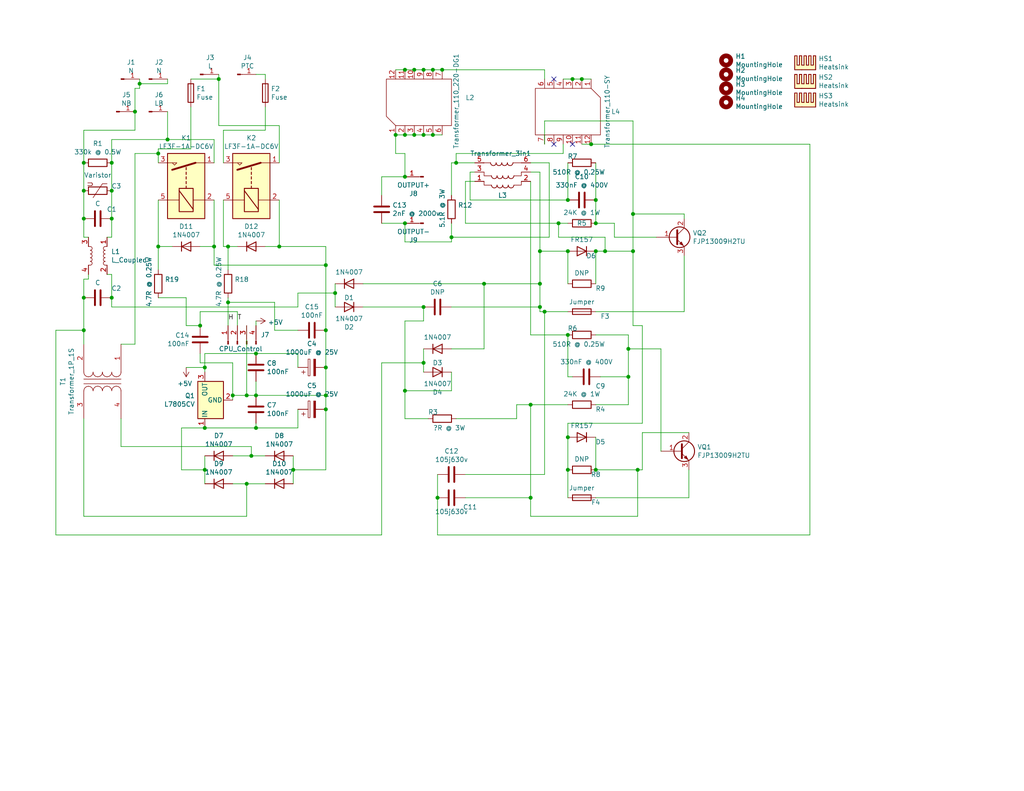
<source format=kicad_sch>
(kicad_sch (version 20210406) (generator eeschema)
  (paper "USLetter")
  (title_block (title "UltraSonic Cleaner Reverse Engineered") (date "2019-12-29") (rev "A"))
  (lib_symbols
    (symbol "Connector:Conn_01x01_Male" (pin_names (offset 1.016) hide)
      (property "Reference" "J" (at 0 2.54 0))
      (property "Value" "Conn_01x01_Male" (at 0 -2.54 0))
      (symbol "Conn_01x01_Male_1_1"
        (pin passive line (at 5.08 0 180) (length 3.81) (name "Pin_1") (number "1"))
      )
    )
    (symbol "Connector:Conn_01x04_Male" (pin_names (offset 1.016) hide)
      (property "Reference" "J" (at 0 5.08 0))
      (property "Value" "Conn_01x04_Male" (at 0 -7.62 0))
      (symbol "Conn_01x04_Male_1_1"
        (pin passive line (at 5.08 2.54 180) (length 3.81) (name "Pin_1") (number "1"))
        (pin passive line (at 5.08 0 180) (length 3.81) (name "Pin_2") (number "2"))
        (pin passive line (at 5.08 -2.54 180) (length 3.81) (name "Pin_3") (number "3"))
        (pin passive line (at 5.08 -5.08 180) (length 3.81) (name "Pin_4") (number "4"))
      )
    )
    (symbol "Device:C" (pin_numbers hide) (pin_names (offset 0.254))
      (property "Reference" "C" (at 0.635 2.54 0))
      (property "Value" "C" (at 0.635 -2.54 0))
      (symbol "C_1_1"
        (pin passive line (at 0 3.81 270) (length 2.794) (name "~") (number "1"))
        (pin passive line (at 0 -3.81 90) (length 2.794) (name "~") (number "2"))
      )
    )
    (symbol "Device:D" (pin_numbers hide) (pin_names (offset 1.016) hide)
      (property "Reference" "D" (at 0 2.54 0))
      (property "Value" "D" (at 0 -2.54 0))
      (symbol "D_1_1"
        (pin passive line (at -3.81 0 0) (length 2.54) (name "K") (number "1"))
        (pin passive line (at 3.81 0 180) (length 2.54) (name "A") (number "2"))
      )
    )
    (symbol "Device:Fuse" (pin_numbers hide) (pin_names (offset 0))
      (property "Reference" "F" (at 2.032 0 90))
      (property "Value" "Fuse" (at -1.905 0 90))
      (symbol "Fuse_1_1"
        (pin passive line (at 0 3.81 270) (length 1.27) (name "~") (number "1"))
        (pin passive line (at 0 -3.81 90) (length 1.27) (name "~") (number "2"))
      )
    )
    (symbol "Device:Q_NPN_BCE" (pin_names (offset 0) hide)
      (property "Reference" "Q" (at 5.08 1.27 0))
      (property "Value" "Q_NPN_BCE" (at 5.08 -1.27 0))
      (symbol "Q_NPN_BCE_1_1"
        (pin input line (at -5.08 0 0) (length 5.715) (name "B") (number "1"))
        (pin passive line (at 2.54 5.08 270) (length 2.54) (name "C") (number "2"))
        (pin passive line (at 2.54 -5.08 90) (length 2.54) (name "E") (number "3"))
      )
    )
    (symbol "Device:R" (pin_numbers hide) (pin_names (offset 0))
      (property "Reference" "R" (at 2.032 0 90))
      (property "Value" "R" (at 0 0 90))
      (symbol "R_1_1"
        (pin passive line (at 0 3.81 270) (length 1.27) (name "~") (number "1"))
        (pin passive line (at 0 -3.81 90) (length 1.27) (name "~") (number "2"))
      )
    )
    (symbol "Device:Transformer_1P_1S" (pin_names (offset 1.016) hide)
      (property "Reference" "T" (at 0 6.35 0))
      (property "Value" "Transformer_1P_1S" (at 0 -7.62 0))
      (symbol "Transformer_1P_1S_1_1"
        (pin passive line (at -10.16 5.08 0) (length 7.62) (name "AA") (number "1"))
        (pin passive line (at -10.16 -5.08 0) (length 7.62) (name "AB") (number "2"))
        (pin passive line (at 10.16 -5.08 180) (length 7.62) (name "SA") (number "3"))
        (pin passive line (at 10.16 5.08 180) (length 7.62) (name "SB") (number "4"))
      )
    )
    (symbol "Device:Varistor" (pin_numbers hide) (pin_names (offset 0))
      (property "Reference" "RV" (at 3.175 0 90))
      (property "Value" "Varistor" (at -3.175 0 90))
      (symbol "Varistor_0_0"
        (text "U" (at -1.778 -2.032 0) (effects (font (size 1.27 1.27))))
      )
      (symbol "Varistor_1_1"
        (pin passive line (at 0 3.81 270) (length 1.27) (name "~") (number "1"))
        (pin passive line (at 0 -3.81 90) (length 1.27) (name "~") (number "2"))
      )
    )
    (symbol "Diode:1N4007" (pin_numbers hide) (pin_names (offset 1.016) hide)
      (property "Reference" "D" (at 0 2.54 0))
      (property "Value" "1N4007" (at 0 -2.54 0))
      (symbol "1N4007_1_1"
        (pin passive line (at -3.81 0 0) (length 2.54) (name "K") (number "1"))
        (pin passive line (at 3.81 0 180) (length 2.54) (name "A") (number "2"))
      )
    )
    (symbol "Mechanical:Heatsink" (pin_names (offset 1.016))
      (property "Reference" "HS" (at 0 5.08 0))
      (property "Value" "Heatsink" (at 0 -1.27 0))
    )
    (symbol "Mechanical:MountingHole" (pin_names (offset 1.016))
      (property "Reference" "H" (at 0 5.08 0))
      (property "Value" "MountingHole" (at 0 3.175 0))
    )
    (symbol "MyCustomComponents:L_Coupled" (pin_names (offset 0.254) hide)
      (property "Reference" "L" (at 0 4.445 0))
      (property "Value" "L_Coupled" (at 0 -4.445 0))
      (symbol "L_Coupled_1_1"
        (pin passive line (at -5.08 2.54 0) (length 2.54) (name "1") (number "1"))
        (pin passive line (at 5.08 2.54 180) (length 2.54) (name "2") (number "2"))
        (pin passive line (at -5.08 -2.54 0) (length 2.54) (name "3") (number "3"))
        (pin passive line (at 5.08 -2.54 180) (length 2.54) (name "4") (number "4"))
      )
    )
    (symbol "MyCustomComponents:Transformer_110-SY" (pin_names (offset 1.016))
      (property "Reference" "T" (at -12.7 7.62 0))
      (property "Value" "Transformer_110-SY" (at 10.16 0 90))
      (symbol "Transformer_110-SY_1_1"
        (pin passive line (at -7.62 -7.62 90) (length 2.54) (name "~") (number "1"))
        (pin passive line (at -2.54 10.16 270) (length 2.54) (name "~") (number "10"))
        (pin passive line (at -5.08 10.16 270) (length 2.54) (name "~") (number "11"))
        (pin passive line (at -7.62 10.16 270) (length 2.54) (name "~") (number "12"))
        (pin passive line (at -5.08 -7.62 90) (length 2.54) (name "~") (number "2"))
        (pin passive line (at -2.54 -7.62 90) (length 2.54) (name "~") (number "3"))
        (pin passive line (at 0 -7.62 90) (length 2.54) (name "~") (number "4"))
        (pin passive line (at 2.54 -7.62 90) (length 2.54) (name "~") (number "5"))
        (pin passive line (at 5.08 -7.62 90) (length 2.54) (name "~") (number "6"))
        (pin passive line (at 5.08 10.16 270) (length 2.54) (name "~") (number "7"))
        (pin passive line (at 2.54 10.16 270) (length 2.54) (name "~") (number "8"))
        (pin passive line (at 0 10.16 270) (length 2.54) (name "~") (number "9"))
      )
    )
    (symbol "MyCustomComponents:Transformer_110_220-DG2" (pin_names (offset 1.016))
      (property "Reference" "T" (at -12.7 7.62 0))
      (property "Value" "Transformer_110_220-DG2" (at 10.16 2.54 90))
      (symbol "Transformer_110_220-DG2_1_1"
        (pin passive line (at -7.62 -7.62 90) (length 2.54) (name "~") (number "1"))
        (pin passive line (at -2.54 10.16 270) (length 2.54) (name "~") (number "10"))
        (pin passive line (at -5.08 10.16 270) (length 2.54) (name "~") (number "11"))
        (pin passive line (at -7.62 10.16 270) (length 2.54) (name "~") (number "12"))
        (pin passive line (at -5.08 -7.62 90) (length 2.54) (name "~") (number "2"))
        (pin passive line (at -2.54 -7.62 90) (length 2.54) (name "~") (number "3"))
        (pin passive line (at 0 -7.62 90) (length 2.54) (name "~") (number "4"))
        (pin passive line (at 2.54 -7.62 90) (length 2.54) (name "~") (number "5"))
        (pin passive line (at 5.08 -7.62 90) (length 2.54) (name "~") (number "6"))
        (pin passive line (at 5.08 10.16 270) (length 2.54) (name "~") (number "7"))
        (pin passive line (at 2.54 10.16 270) (length 2.54) (name "~") (number "8"))
        (pin passive line (at 0 10.16 270) (length 2.54) (name "~") (number "9"))
      )
    )
    (symbol "MyCustomComponents:Transformer_3in1" (pin_names hide)
      (property "Reference" "TR" (at 7.62 -12.7 0))
      (property "Value" "Transformer_3in1" (at -5.08 -5.08 90))
      (symbol "Transformer_3in1_1_1"
        (pin passive line (at 0 -12.7 90) (length 2.54) (name "~") (number "1"))
        (pin passive line (at 0 2.54 270) (length 2.54) (name "~") (number "2"))
        (pin passive line (at 2.54 -12.7 90) (length 2.54) (name "~") (number "3"))
        (pin passive line (at 2.54 2.54 270) (length 2.54) (name "~") (number "4"))
        (pin passive line (at 5.08 -12.7 90) (length 2.54) (name "~") (number "5"))
        (pin passive line (at 5.08 2.54 270) (length 2.54) (name "~") (number "6"))
      )
    )
    (symbol "Regulator_Linear:L7805" (pin_names (offset 0.254))
      (property "Reference" "U" (at -3.81 3.175 0))
      (property "Value" "L7805" (at 0 3.175 0))
      (symbol "L7805_1_1"
        (pin power_in line (at -7.62 0 0) (length 2.54) (name "IN") (number "1"))
        (pin power_in line (at 0 -7.62 90) (length 2.54) (name "GND") (number "2"))
        (pin power_out line (at 7.62 0 180) (length 2.54) (name "OUT") (number "3"))
      )
    )
    (symbol "Relay:SANYOU_SRD_Form_A"
      (property "Reference" "K" (at 8.89 3.81 0))
      (property "Value" "SANYOU_SRD_Form_A" (at 8.89 1.27 0))
      (symbol "SANYOU_SRD_Form_A_1_1"
        (pin passive line (at 5.08 -7.62 90) (length 2.54) (name "~") (number "1"))
        (pin passive line (at -5.08 -7.62 90) (length 2.54) (name "~") (number "2"))
        (pin passive line (at 5.08 7.62 270) (length 2.54) (name "~") (number "3"))
        (pin passive line (at -5.08 7.62 270) (length 2.54) (name "~") (number "5"))
      )
    )
    (symbol "UltraSonicCleaner-Board_One-REVERSE-rescue:CP-Device" (pin_numbers hide) (pin_names (offset 0.254))
      (property "Reference" "C" (at 0.635 2.54 0))
      (property "Value" "CP-Device" (at 0.635 -2.54 0))
      (symbol "CP-Device_1_1"
        (pin passive line (at 0 3.81 270) (length 2.794) (name "~") (number "1"))
        (pin passive line (at 0 -3.81 90) (length 2.794) (name "~") (number "2"))
      )
    )
    (symbol "power:+5V" (power) (pin_names (offset 0))
      (property "Value" "+5V" (at 0 3.556 0))
      (symbol "+5V_1_1"
        (pin power_in line (at 0 0 90) (length 0) hide (name "+5V") (number "1"))
      )
    )
  )
  (junction (at 22.86 44.45) (diameter 0.9144))
  (junction (at 22.86 52.07) (diameter 0.9144))
  (junction (at 22.86 59.69) (diameter 0.9144))
  (junction (at 22.86 81.28) (diameter 0.9144))
  (junction (at 22.86 90.17) (diameter 0.9144))
  (junction (at 30.48 44.45) (diameter 0.9144))
  (junction (at 30.48 52.07) (diameter 0.9144))
  (junction (at 30.48 59.69) (diameter 0.9144))
  (junction (at 30.48 81.28) (diameter 0.9144))
  (junction (at 36.83 30.48) (diameter 0.9144))
  (junction (at 38.1 22.86) (diameter 0.9144))
  (junction (at 43.18 41.91) (diameter 0.9144))
  (junction (at 43.18 67.31) (diameter 0.9144))
  (junction (at 45.72 38.1) (diameter 0.9144))
  (junction (at 54.61 88.9) (diameter 0.9144))
  (junction (at 55.88 100.33) (diameter 0.9144))
  (junction (at 55.88 116.84) (diameter 0.9144))
  (junction (at 55.88 128.27) (diameter 0.9144))
  (junction (at 58.42 67.31) (diameter 0.9144))
  (junction (at 59.69 21.59) (diameter 0.9144))
  (junction (at 62.23 67.31) (diameter 0.9144))
  (junction (at 62.23 82.55) (diameter 0.9144))
  (junction (at 63.5 107.95) (diameter 0.9144))
  (junction (at 67.31 107.95) (diameter 0.9144))
  (junction (at 67.31 132.08) (diameter 0.9144))
  (junction (at 68.58 124.46) (diameter 0.9144))
  (junction (at 69.85 96.52) (diameter 0.9144))
  (junction (at 69.85 107.95) (diameter 0.9144))
  (junction (at 69.85 116.84) (diameter 0.9144))
  (junction (at 76.2 67.31) (diameter 0.9144))
  (junction (at 80.01 128.27) (diameter 0.9144))
  (junction (at 88.9 72.39) (diameter 0.9144))
  (junction (at 88.9 90.17) (diameter 0.9144))
  (junction (at 88.9 100.33) (diameter 0.9144))
  (junction (at 88.9 107.95) (diameter 0.9144))
  (junction (at 88.9 111.76) (diameter 0.9144))
  (junction (at 91.44 80.01) (diameter 0.9144))
  (junction (at 107.95 36.83) (diameter 0.9144))
  (junction (at 110.49 19.05) (diameter 0.9144))
  (junction (at 110.49 36.83) (diameter 0.9144))
  (junction (at 110.49 48.26) (diameter 0.9144))
  (junction (at 110.49 60.96) (diameter 0.9144))
  (junction (at 110.49 106.68) (diameter 0.9144))
  (junction (at 113.03 19.05) (diameter 0.9144))
  (junction (at 113.03 36.83) (diameter 0.9144))
  (junction (at 115.57 19.05) (diameter 0.9144))
  (junction (at 115.57 36.83) (diameter 0.9144))
  (junction (at 115.57 83.82) (diameter 0.9144))
  (junction (at 115.57 99.06) (diameter 0.9144))
  (junction (at 118.11 19.05) (diameter 0.9144))
  (junction (at 118.11 36.83) (diameter 0.9144))
  (junction (at 119.38 135.89) (diameter 0.9144))
  (junction (at 120.65 19.05) (diameter 0.9144))
  (junction (at 123.19 64.77) (diameter 0.9144))
  (junction (at 124.46 44.45) (diameter 0.9144))
  (junction (at 132.08 77.47) (diameter 0.9144))
  (junction (at 144.78 110.49) (diameter 0.9144))
  (junction (at 144.78 135.89) (diameter 0.9144))
  (junction (at 147.32 68.58) (diameter 0.9144))
  (junction (at 147.32 77.47) (diameter 0.9144))
  (junction (at 147.32 83.82) (diameter 0.9144))
  (junction (at 148.59 85.09) (diameter 0.9144))
  (junction (at 152.4 60.96) (diameter 0.9144))
  (junction (at 154.94 54.61) (diameter 0.9144))
  (junction (at 154.94 68.58) (diameter 0.9144))
  (junction (at 154.94 91.44) (diameter 0.9144))
  (junction (at 154.94 119.38) (diameter 0.9144))
  (junction (at 154.94 128.27) (diameter 0.9144))
  (junction (at 156.21 21.59) (diameter 0.9144))
  (junction (at 158.75 21.59) (diameter 0.9144))
  (junction (at 161.29 39.37) (diameter 0.9144))
  (junction (at 162.56 54.61) (diameter 0.9144))
  (junction (at 162.56 60.96) (diameter 0.9144))
  (junction (at 162.56 68.58) (diameter 0.9144))
  (junction (at 162.56 128.27) (diameter 0.9144))
  (junction (at 165.1 68.58) (diameter 0.9144))
  (junction (at 171.45 95.25) (diameter 0.9144))
  (junction (at 171.45 102.87) (diameter 0.9144))
  (junction (at 172.72 58.42) (diameter 0.9144))
  (junction (at 172.72 68.58) (diameter 0.9144))
  (junction (at 173.99 128.27) (diameter 0.9144))
  (no_connect (at 151.13 21.59))
  (no_connect (at 151.13 39.37))
  (no_connect (at 156.21 39.37))
  (wire (pts (xy 15.24 90.17) (xy 22.86 90.17)))
  (wire (pts (xy 15.24 146.05) (xy 15.24 90.17)))
  (wire (pts (xy 22.86 35.56) (xy 36.83 35.56)))
  (wire (pts (xy 22.86 44.45) (xy 22.86 35.56)))
  (wire (pts (xy 22.86 52.07) (xy 22.86 44.45)))
  (wire (pts (xy 22.86 59.69) (xy 22.86 52.07)))
  (wire (pts (xy 22.86 64.77) (xy 22.86 59.69)))
  (wire (pts (xy 22.86 76.2) (xy 22.86 81.28)))
  (wire (pts (xy 22.86 81.28) (xy 22.86 90.17)))
  (wire (pts (xy 22.86 90.17) (xy 22.86 93.98)))
  (wire (pts (xy 22.86 114.3) (xy 22.86 140.97)))
  (wire (pts (xy 22.86 140.97) (xy 67.31 140.97)))
  (wire (pts (xy 24.13 64.77) (xy 22.86 64.77)))
  (wire (pts (xy 24.13 74.93) (xy 24.13 76.2)))
  (wire (pts (xy 24.13 76.2) (xy 22.86 76.2)))
  (wire (pts (xy 30.48 44.45) (xy 30.48 38.1)))
  (wire (pts (xy 30.48 44.45) (xy 30.48 52.07)))
  (wire (pts (xy 30.48 52.07) (xy 30.48 59.69)))
  (wire (pts (xy 30.48 59.69) (xy 30.48 64.77)))
  (wire (pts (xy 30.48 64.77) (xy 29.21 64.77)))
  (wire (pts (xy 30.48 74.93) (xy 29.21 74.93)))
  (wire (pts (xy 30.48 81.28) (xy 30.48 74.93)))
  (wire (pts (xy 30.48 81.28) (xy 30.48 83.82)))
  (wire (pts (xy 30.48 83.82) (xy 81.28 83.82)))
  (wire (pts (xy 33.02 114.3) (xy 33.02 121.92)))
  (wire (pts (xy 33.02 121.92) (xy 68.58 121.92)))
  (wire (pts (xy 36.83 24.13) (xy 38.1 24.13)))
  (wire (pts (xy 36.83 30.48) (xy 36.83 24.13)))
  (wire (pts (xy 36.83 35.56) (xy 36.83 30.48)))
  (wire (pts (xy 36.83 41.91) (xy 36.83 93.98)))
  (wire (pts (xy 36.83 93.98) (xy 33.02 93.98)))
  (wire (pts (xy 38.1 22.86) (xy 38.1 21.59)))
  (wire (pts (xy 38.1 24.13) (xy 38.1 22.86)))
  (wire (pts (xy 43.18 40.64) (xy 52.07 40.64)))
  (wire (pts (xy 43.18 41.91) (xy 36.83 41.91)))
  (wire (pts (xy 43.18 41.91) (xy 43.18 40.64)))
  (wire (pts (xy 43.18 44.45) (xy 43.18 41.91)))
  (wire (pts (xy 43.18 54.61) (xy 43.18 67.31)))
  (wire (pts (xy 43.18 67.31) (xy 43.18 73.66)))
  (wire (pts (xy 43.18 67.31) (xy 46.99 67.31)))
  (wire (pts (xy 43.18 81.28) (xy 50.8 81.28)))
  (wire (pts (xy 45.72 21.59) (xy 45.72 22.86)))
  (wire (pts (xy 45.72 22.86) (xy 38.1 22.86)))
  (wire (pts (xy 45.72 30.48) (xy 45.72 38.1)))
  (wire (pts (xy 45.72 38.1) (xy 30.48 38.1)))
  (wire (pts (xy 45.72 38.1) (xy 58.42 38.1)))
  (wire (pts (xy 49.53 116.84) (xy 49.53 128.27)))
  (wire (pts (xy 49.53 128.27) (xy 55.88 128.27)))
  (wire (pts (xy 50.8 81.28) (xy 50.8 88.9)))
  (wire (pts (xy 50.8 88.9) (xy 54.61 88.9)))
  (wire (pts (xy 50.8 100.33) (xy 55.88 100.33)))
  (wire (pts (xy 52.07 21.59) (xy 59.69 21.59)))
  (wire (pts (xy 52.07 29.21) (xy 52.07 40.64)))
  (wire (pts (xy 54.61 85.09) (xy 54.61 88.9)))
  (wire (pts (xy 54.61 96.52) (xy 54.61 99.06)))
  (wire (pts (xy 54.61 99.06) (xy 63.5 99.06)))
  (wire (pts (xy 55.88 96.52) (xy 55.88 100.33)))
  (wire (pts (xy 55.88 100.33) (xy 55.88 101.6)))
  (wire (pts (xy 55.88 116.84) (xy 49.53 116.84)))
  (wire (pts (xy 55.88 116.84) (xy 69.85 116.84)))
  (wire (pts (xy 55.88 124.46) (xy 55.88 128.27)))
  (wire (pts (xy 55.88 128.27) (xy 55.88 132.08)))
  (wire (pts (xy 58.42 38.1) (xy 58.42 44.45)))
  (wire (pts (xy 58.42 54.61) (xy 58.42 67.31)))
  (wire (pts (xy 58.42 67.31) (xy 54.61 67.31)))
  (wire (pts (xy 58.42 67.31) (xy 58.42 72.39)))
  (wire (pts (xy 58.42 72.39) (xy 88.9 72.39)))
  (wire (pts (xy 59.69 20.32) (xy 59.69 21.59)))
  (wire (pts (xy 59.69 21.59) (xy 59.69 34.29)))
  (wire (pts (xy 59.69 34.29) (xy 76.2 34.29)))
  (wire (pts (xy 60.96 35.56) (xy 60.96 44.45)))
  (wire (pts (xy 60.96 54.61) (xy 60.96 67.31)))
  (wire (pts (xy 60.96 67.31) (xy 62.23 67.31)))
  (wire (pts (xy 62.23 67.31) (xy 62.23 73.66)))
  (wire (pts (xy 62.23 67.31) (xy 64.77 67.31)))
  (wire (pts (xy 62.23 81.28) (xy 62.23 82.55)))
  (wire (pts (xy 62.23 82.55) (xy 62.23 88.9)))
  (wire (pts (xy 63.5 99.06) (xy 63.5 107.95)))
  (wire (pts (xy 63.5 107.95) (xy 63.5 109.22)))
  (wire (pts (xy 63.5 107.95) (xy 67.31 107.95)))
  (wire (pts (xy 63.5 124.46) (xy 68.58 124.46)))
  (wire (pts (xy 64.77 85.09) (xy 54.61 85.09)))
  (wire (pts (xy 64.77 85.09) (xy 64.77 88.9)))
  (wire (pts (xy 67.31 88.9) (xy 67.31 107.95)))
  (wire (pts (xy 67.31 107.95) (xy 69.85 107.95)))
  (wire (pts (xy 67.31 132.08) (xy 63.5 132.08)))
  (wire (pts (xy 67.31 132.08) (xy 72.39 132.08)))
  (wire (pts (xy 67.31 140.97) (xy 67.31 132.08)))
  (wire (pts (xy 68.58 121.92) (xy 68.58 124.46)))
  (wire (pts (xy 68.58 124.46) (xy 72.39 124.46)))
  (wire (pts (xy 69.85 20.32) (xy 72.39 20.32)))
  (wire (pts (xy 69.85 87.63) (xy 69.85 88.9)))
  (wire (pts (xy 69.85 96.52) (xy 55.88 96.52)))
  (wire (pts (xy 69.85 104.14) (xy 69.85 107.95)))
  (wire (pts (xy 69.85 107.95) (xy 88.9 107.95)))
  (wire (pts (xy 69.85 116.84) (xy 69.85 115.57)))
  (wire (pts (xy 69.85 116.84) (xy 81.28 116.84)))
  (wire (pts (xy 72.39 20.32) (xy 72.39 21.59)))
  (wire (pts (xy 72.39 29.21) (xy 72.39 35.56)))
  (wire (pts (xy 72.39 35.56) (xy 60.96 35.56)))
  (wire (pts (xy 74.93 82.55) (xy 62.23 82.55)))
  (wire (pts (xy 74.93 90.17) (xy 74.93 82.55)))
  (wire (pts (xy 76.2 34.29) (xy 76.2 44.45)))
  (wire (pts (xy 76.2 54.61) (xy 76.2 67.31)))
  (wire (pts (xy 76.2 67.31) (xy 72.39 67.31)))
  (wire (pts (xy 76.2 67.31) (xy 88.9 67.31)))
  (wire (pts (xy 80.01 124.46) (xy 80.01 128.27)))
  (wire (pts (xy 80.01 128.27) (xy 80.01 132.08)))
  (wire (pts (xy 81.28 80.01) (xy 91.44 80.01)))
  (wire (pts (xy 81.28 83.82) (xy 81.28 80.01)))
  (wire (pts (xy 81.28 90.17) (xy 74.93 90.17)))
  (wire (pts (xy 81.28 96.52) (xy 69.85 96.52)))
  (wire (pts (xy 81.28 100.33) (xy 81.28 96.52)))
  (wire (pts (xy 81.28 116.84) (xy 81.28 111.76)))
  (wire (pts (xy 88.9 67.31) (xy 88.9 72.39)))
  (wire (pts (xy 88.9 72.39) (xy 88.9 90.17)))
  (wire (pts (xy 88.9 90.17) (xy 88.9 100.33)))
  (wire (pts (xy 88.9 100.33) (xy 88.9 107.95)))
  (wire (pts (xy 88.9 107.95) (xy 88.9 111.76)))
  (wire (pts (xy 88.9 111.76) (xy 88.9 128.27)))
  (wire (pts (xy 88.9 128.27) (xy 80.01 128.27)))
  (wire (pts (xy 91.44 77.47) (xy 91.44 80.01)))
  (wire (pts (xy 91.44 80.01) (xy 91.44 83.82)))
  (wire (pts (xy 99.06 77.47) (xy 132.08 77.47)))
  (wire (pts (xy 99.06 83.82) (xy 115.57 83.82)))
  (wire (pts (xy 104.14 48.26) (xy 110.49 48.26)))
  (wire (pts (xy 104.14 53.34) (xy 104.14 48.26)))
  (wire (pts (xy 104.14 60.96) (xy 110.49 60.96)))
  (wire (pts (xy 104.14 99.06) (xy 104.14 146.05)))
  (wire (pts (xy 104.14 146.05) (xy 15.24 146.05)))
  (wire (pts (xy 107.95 19.05) (xy 110.49 19.05)))
  (wire (pts (xy 107.95 36.83) (xy 110.49 36.83)))
  (wire (pts (xy 107.95 41.91) (xy 107.95 36.83)))
  (wire (pts (xy 110.49 19.05) (xy 113.03 19.05)))
  (wire (pts (xy 110.49 36.83) (xy 113.03 36.83)))
  (wire (pts (xy 110.49 41.91) (xy 107.95 41.91)))
  (wire (pts (xy 110.49 48.26) (xy 110.49 41.91)))
  (wire (pts (xy 110.49 60.96) (xy 110.49 66.04)))
  (wire (pts (xy 110.49 66.04) (xy 123.19 66.04)))
  (wire (pts (xy 110.49 87.63) (xy 110.49 106.68)))
  (wire (pts (xy 110.49 106.68) (xy 110.49 114.3)))
  (wire (pts (xy 110.49 114.3) (xy 116.84 114.3)))
  (wire (pts (xy 113.03 19.05) (xy 115.57 19.05)))
  (wire (pts (xy 113.03 36.83) (xy 115.57 36.83)))
  (wire (pts (xy 115.57 19.05) (xy 118.11 19.05)))
  (wire (pts (xy 115.57 36.83) (xy 118.11 36.83)))
  (wire (pts (xy 115.57 83.82) (xy 115.57 87.63)))
  (wire (pts (xy 115.57 87.63) (xy 110.49 87.63)))
  (wire (pts (xy 115.57 95.25) (xy 115.57 99.06)))
  (wire (pts (xy 115.57 99.06) (xy 104.14 99.06)))
  (wire (pts (xy 115.57 99.06) (xy 115.57 101.6)))
  (wire (pts (xy 118.11 19.05) (xy 120.65 19.05)))
  (wire (pts (xy 118.11 36.83) (xy 120.65 36.83)))
  (wire (pts (xy 119.38 129.54) (xy 119.38 135.89)))
  (wire (pts (xy 119.38 146.05) (xy 119.38 135.89)))
  (wire (pts (xy 119.38 146.05) (xy 220.98 146.05)))
  (wire (pts (xy 120.65 19.05) (xy 148.59 19.05)))
  (wire (pts (xy 123.19 44.45) (xy 124.46 44.45)))
  (wire (pts (xy 123.19 53.34) (xy 123.19 44.45)))
  (wire (pts (xy 123.19 64.77) (xy 123.19 60.96)))
  (wire (pts (xy 123.19 66.04) (xy 123.19 64.77)))
  (wire (pts (xy 123.19 83.82) (xy 147.32 83.82)))
  (wire (pts (xy 123.19 95.25) (xy 132.08 95.25)))
  (wire (pts (xy 123.19 101.6) (xy 123.19 106.68)))
  (wire (pts (xy 123.19 106.68) (xy 110.49 106.68)))
  (wire (pts (xy 124.46 41.91) (xy 153.67 41.91)))
  (wire (pts (xy 124.46 44.45) (xy 124.46 41.91)))
  (wire (pts (xy 124.46 44.45) (xy 129.54 44.45)))
  (wire (pts (xy 127 49.53) (xy 127 60.96)))
  (wire (pts (xy 127 135.89) (xy 144.78 135.89)))
  (wire (pts (xy 128.27 46.99) (xy 129.54 46.99)))
  (wire (pts (xy 128.27 54.61) (xy 128.27 46.99)))
  (wire (pts (xy 129.54 49.53) (xy 127 49.53)))
  (wire (pts (xy 132.08 95.25) (xy 132.08 77.47)))
  (wire (pts (xy 140.97 110.49) (xy 140.97 114.3)))
  (wire (pts (xy 140.97 114.3) (xy 124.46 114.3)))
  (wire (pts (xy 144.78 44.45) (xy 149.86 44.45)))
  (wire (pts (xy 144.78 46.99) (xy 147.32 46.99)))
  (wire (pts (xy 144.78 49.53) (xy 144.78 91.44)))
  (wire (pts (xy 144.78 91.44) (xy 154.94 91.44)))
  (wire (pts (xy 144.78 110.49) (xy 140.97 110.49)))
  (wire (pts (xy 144.78 135.89) (xy 144.78 110.49)))
  (wire (pts (xy 144.78 135.89) (xy 144.78 140.97)))
  (wire (pts (xy 144.78 140.97) (xy 173.99 140.97)))
  (wire (pts (xy 147.32 46.99) (xy 147.32 68.58)))
  (wire (pts (xy 147.32 68.58) (xy 147.32 77.47)))
  (wire (pts (xy 147.32 68.58) (xy 154.94 68.58)))
  (wire (pts (xy 147.32 77.47) (xy 132.08 77.47)))
  (wire (pts (xy 147.32 83.82) (xy 147.32 77.47)))
  (wire (pts (xy 147.32 85.09) (xy 147.32 83.82)))
  (wire (pts (xy 148.59 19.05) (xy 148.59 21.59)))
  (wire (pts (xy 148.59 33.02) (xy 172.72 33.02)))
  (wire (pts (xy 148.59 39.37) (xy 148.59 33.02)))
  (wire (pts (xy 148.59 85.09) (xy 147.32 85.09)))
  (wire (pts (xy 148.59 85.09) (xy 148.59 129.54)))
  (wire (pts (xy 148.59 129.54) (xy 127 129.54)))
  (wire (pts (xy 149.86 44.45) (xy 149.86 64.77)))
  (wire (pts (xy 149.86 64.77) (xy 123.19 64.77)))
  (wire (pts (xy 152.4 60.96) (xy 127 60.96)))
  (wire (pts (xy 152.4 60.96) (xy 152.4 64.77)))
  (wire (pts (xy 152.4 64.77) (xy 165.1 64.77)))
  (wire (pts (xy 153.67 21.59) (xy 156.21 21.59)))
  (wire (pts (xy 153.67 41.91) (xy 153.67 39.37)))
  (wire (pts (xy 154.94 44.45) (xy 154.94 54.61)))
  (wire (pts (xy 154.94 54.61) (xy 128.27 54.61)))
  (wire (pts (xy 154.94 60.96) (xy 152.4 60.96)))
  (wire (pts (xy 154.94 68.58) (xy 154.94 77.47)))
  (wire (pts (xy 154.94 85.09) (xy 148.59 85.09)))
  (wire (pts (xy 154.94 91.44) (xy 154.94 102.87)))
  (wire (pts (xy 154.94 102.87) (xy 156.21 102.87)))
  (wire (pts (xy 154.94 110.49) (xy 144.78 110.49)))
  (wire (pts (xy 154.94 115.57) (xy 154.94 119.38)))
  (wire (pts (xy 154.94 119.38) (xy 154.94 128.27)))
  (wire (pts (xy 154.94 128.27) (xy 154.94 135.89)))
  (wire (pts (xy 156.21 21.59) (xy 158.75 21.59)))
  (wire (pts (xy 158.75 21.59) (xy 161.29 21.59)))
  (wire (pts (xy 161.29 39.37) (xy 158.75 39.37)))
  (wire (pts (xy 162.56 44.45) (xy 162.56 54.61)))
  (wire (pts (xy 162.56 54.61) (xy 162.56 60.96)))
  (wire (pts (xy 162.56 68.58) (xy 162.56 77.47)))
  (wire (pts (xy 162.56 91.44) (xy 171.45 91.44)))
  (wire (pts (xy 162.56 110.49) (xy 171.45 110.49)))
  (wire (pts (xy 162.56 119.38) (xy 162.56 128.27)))
  (wire (pts (xy 162.56 128.27) (xy 173.99 128.27)))
  (wire (pts (xy 165.1 64.77) (xy 165.1 68.58)))
  (wire (pts (xy 165.1 68.58) (xy 162.56 68.58)))
  (wire (pts (xy 167.64 60.96) (xy 162.56 60.96)))
  (wire (pts (xy 167.64 64.77) (xy 167.64 60.96)))
  (wire (pts (xy 171.45 91.44) (xy 171.45 95.25)))
  (wire (pts (xy 171.45 95.25) (xy 171.45 102.87)))
  (wire (pts (xy 171.45 95.25) (xy 180.34 95.25)))
  (wire (pts (xy 171.45 102.87) (xy 163.83 102.87)))
  (wire (pts (xy 171.45 110.49) (xy 171.45 102.87)))
  (wire (pts (xy 172.72 33.02) (xy 172.72 58.42)))
  (wire (pts (xy 172.72 58.42) (xy 172.72 68.58)))
  (wire (pts (xy 172.72 58.42) (xy 186.69 58.42)))
  (wire (pts (xy 172.72 68.58) (xy 165.1 68.58)))
  (wire (pts (xy 172.72 68.58) (xy 172.72 88.9)))
  (wire (pts (xy 172.72 88.9) (xy 175.26 88.9)))
  (wire (pts (xy 173.99 128.27) (xy 175.26 128.27)))
  (wire (pts (xy 173.99 140.97) (xy 173.99 128.27)))
  (wire (pts (xy 175.26 88.9) (xy 175.26 115.57)))
  (wire (pts (xy 175.26 115.57) (xy 154.94 115.57)))
  (wire (pts (xy 175.26 118.11) (xy 175.26 128.27)))
  (wire (pts (xy 179.07 64.77) (xy 167.64 64.77)))
  (wire (pts (xy 180.34 95.25) (xy 180.34 123.19)))
  (wire (pts (xy 186.69 58.42) (xy 186.69 59.69)))
  (wire (pts (xy 186.69 69.85) (xy 186.69 85.09)))
  (wire (pts (xy 186.69 85.09) (xy 162.56 85.09)))
  (wire (pts (xy 187.96 118.11) (xy 175.26 118.11)))
  (wire (pts (xy 187.96 128.27) (xy 187.96 135.89)))
  (wire (pts (xy 187.96 135.89) (xy 162.56 135.89)))
  (wire (pts (xy 220.98 39.37) (xy 161.29 39.37)))
  (wire (pts (xy 220.98 146.05) (xy 220.98 39.37)))
  (label "H" (at 62.23 87.63 0))
  (label "T" (at 64.77 87.63 0))
  (symbol (lib_id "Connector:Conn_01x01_Male") (at 31.75 30.48 0) (unit 1)
    (property "Reference" "J5" (at 34.4932 25.8826 0))
    (property "Value" "NB" (at 34.4932 28.194 0))
    (property "Footprint" "MyCustomParts:Connector_Tab_Pitch5.08mm_Drill1.3mm" (effects hide))
  )
  (symbol (lib_id "Connector:Conn_01x01_Male") (at 33.02 21.59 0) (unit 1)
    (property "Reference" "J1" (at 35.7632 16.9926 0))
    (property "Value" "N" (at 35.7632 19.304 0))
    (property "Footprint" "MyCustomParts:Connector_Tab_Pitch5.08mm_Drill1.3mm" (effects hide))
  )
  (symbol (lib_id "Connector:Conn_01x01_Male") (at 40.64 21.59 0) (unit 1)
    (property "Reference" "J2" (at 43.3832 16.9926 0))
    (property "Value" "N" (at 43.3832 19.304 0))
    (property "Footprint" "MyCustomParts:Connector_Tab_Pitch5.08mm_Drill1.3mm" (effects hide))
  )
  (symbol (lib_id "Connector:Conn_01x01_Male") (at 40.64 30.48 0) (unit 1)
    (property "Reference" "J6" (at 43.3832 25.8826 0))
    (property "Value" "LB" (at 43.3832 28.194 0))
    (property "Footprint" "MyCustomParts:Connector_Tab_Pitch5.08mm_Drill1.3mm" (effects hide))
  )
  (symbol (lib_id "Connector:Conn_01x01_Male") (at 54.61 20.32 0) (unit 1)
    (property "Reference" "J3" (at 57.3532 15.7226 0))
    (property "Value" "L" (at 57.3532 18.034 0))
    (property "Footprint" "MyCustomParts:Connector_Tab_Pitch5.08mm_Drill1.3mm" (effects hide))
  )
  (symbol (lib_id "Connector:Conn_01x01_Male") (at 64.77 20.32 0) (unit 1)
    (property "Reference" "J4" (at 67.5132 15.7226 0))
    (property "Value" "PTC" (at 67.5132 18.034 0))
    (property "Footprint" "MyCustomParts:Connector_Tab_Pitch5.08mm_Drill1.3mm" (effects hide))
  )
  (symbol (lib_id "Connector:Conn_01x01_Male") (at 115.57 48.26 180) (unit 1)
    (property "Reference" "J8" (at 112.8268 52.8574 0))
    (property "Value" "OUTPUT+" (at 112.8268 50.546 0))
    (property "Footprint" "MyCustomParts:Connector_Tab_Pitch5.08mm_Drill1.3mm" (effects hide))
  )
  (symbol (lib_id "Connector:Conn_01x01_Male") (at 115.57 60.96 180) (unit 1)
    (property "Reference" "J9" (at 112.8268 65.5574 0))
    (property "Value" "OUTPUT-" (at 112.8268 63.246 0))
    (property "Footprint" "MyCustomParts:Connector_Tab_Pitch5.08mm_Drill1.3mm" (effects hide))
  )
  (symbol (lib_id "power:+5V") (at 50.8 100.33 180) (unit 1)
    (property "Reference" "#PWR0102" (effects hide))
    (property "Value" "+5V" (at 50.419 104.7242 0))
  )
  (symbol (lib_id "power:+5V") (at 69.85 87.63 270) (unit 1)
    (property "Reference" "#PWR0101" (effects hide))
    (property "Value" "+5V" (at 73.1012 88.011 90) (effects (justify left)))
  )
  (symbol (lib_id "Mechanical:MountingHole") (at 198.12 16.51 0) (unit 1)
    (property "Reference" "H1" (at 200.66 15.367 0) (effects (justify left)))
    (property "Value" "MountingHole" (at 200.66 17.653 0) (effects (justify left)))
    (property "Footprint" "MountingHole:MountingHole_3.2mm_M3" (effects hide))
  )
  (symbol (lib_id "Mechanical:MountingHole") (at 198.12 20.32 0) (unit 1)
    (property "Reference" "H2" (at 200.66 19.177 0) (effects (justify left)))
    (property "Value" "MountingHole" (at 200.66 21.463 0) (effects (justify left)))
    (property "Footprint" "MountingHole:MountingHole_3.2mm_M3" (effects hide))
  )
  (symbol (lib_id "Mechanical:MountingHole") (at 198.12 24.13 0) (unit 1)
    (property "Reference" "H3" (at 200.66 22.987 0) (effects (justify left)))
    (property "Value" "MountingHole" (at 200.66 25.273 0) (effects (justify left)))
    (property "Footprint" "MountingHole:MountingHole_3.2mm_M3" (effects hide))
  )
  (symbol (lib_id "Mechanical:MountingHole") (at 198.12 27.94 0) (unit 1)
    (property "Reference" "H4" (at 200.66 26.797 0) (effects (justify left)))
    (property "Value" "MountingHole" (at 200.66 29.083 0) (effects (justify left)))
    (property "Footprint" "MountingHole:MountingHole_3.2mm_M3" (effects hide))
  )
  (symbol (lib_id "Device:Fuse") (at 52.07 25.4 0) (unit 1)
    (property "Reference" "F1" (at 53.594 24.2316 0) (effects (justify left)))
    (property "Value" "Fuse" (at 53.594 26.543 0) (effects (justify left)))
    (property "Footprint" "Fuse:Fuse_Littelfuse-LVR100" (effects hide))
  )
  (symbol (lib_id "Device:Fuse") (at 72.39 25.4 0) (unit 1)
    (property "Reference" "F2" (at 73.914 24.2316 0) (effects (justify left)))
    (property "Value" "Fuse" (at 73.914 26.543 0) (effects (justify left)))
    (property "Footprint" "Fuse:Fuse_Littelfuse-LVR100" (effects hide))
  )
  (symbol (lib_id "Device:Fuse") (at 158.75 85.09 90) (unit 1)
    (property "Reference" "F3" (at 165.1 86.36 90))
    (property "Value" "Jumper" (at 158.75 82.423 90))
    (property "Footprint" "Fuse:Fuse_Littelfuse-LVR125" (effects hide))
  )
  (symbol (lib_id "Device:Fuse") (at 158.75 135.89 90) (unit 1)
    (property "Reference" "F4" (at 162.56 137.16 90))
    (property "Value" "Jumper" (at 158.75 133.223 90))
    (property "Footprint" "Fuse:Fuse_Littelfuse-LVR125" (effects hide))
  )
  (symbol (lib_id "Device:R") (at 26.67 44.45 270) (unit 1)
    (property "Reference" "R1" (at 26.67 39.1922 90))
    (property "Value" "330k @ 0.5W" (at 26.67 41.5036 90))
    (property "Footprint" "Resistor_THT:R_Axial_DIN0309_L9.0mm_D3.2mm_P15.24mm_Horizontal" (effects hide))
  )
  (symbol (lib_id "Device:R") (at 43.18 77.47 0) (unit 1)
    (property "Reference" "R19" (at 44.958 76.3016 0) (effects (justify left)))
    (property "Value" "4.7R @ 0.25W" (at 40.64 83.82 90) (effects (justify left)))
    (property "Footprint" "Resistor_THT:R_Axial_DIN0207_L6.3mm_D2.5mm_P10.16mm_Horizontal" (effects hide))
  )
  (symbol (lib_id "Device:R") (at 62.23 77.47 0) (unit 1)
    (property "Reference" "R18" (at 64.008 76.3016 0) (effects (justify left)))
    (property "Value" "4.7R @ 0.25W" (at 59.69 83.82 90) (effects (justify left)))
    (property "Footprint" "Resistor_THT:R_Axial_DIN0207_L6.3mm_D2.5mm_P10.16mm_Horizontal" (effects hide))
  )
  (symbol (lib_id "Device:R") (at 120.65 114.3 270) (unit 1)
    (property "Reference" "R3" (at 119.507 112.522 90) (effects (justify right)))
    (property "Value" "?R @ 3W" (at 127 116.84 90) (effects (justify right)))
    (property "Footprint" "Resistor_THT:R_Axial_DIN0614_L14.3mm_D5.7mm_P20.32mm_Horizontal" (effects hide))
  )
  (symbol (lib_id "Device:R") (at 123.19 57.15 180) (unit 1)
    (property "Reference" "R12" (at 124.968 56.007 0) (effects (justify right)))
    (property "Value" "5.1R @ 3W" (at 120.65 62.23 90) (effects (justify right)))
    (property "Footprint" "Resistor_THT:R_Axial_DIN0614_L14.3mm_D5.7mm_P15.24mm_Horizontal" (effects hide))
  )
  (symbol (lib_id "Device:R") (at 158.75 44.45 90) (unit 1)
    (property "Reference" "R7" (at 157.5816 42.672 90) (effects (justify left)))
    (property "Value" "510R @ 0.25W" (at 165.1 46.99 90) (effects (justify left)))
    (property "Footprint" "Resistor_THT:R_Axial_DIN0207_L6.3mm_D2.5mm_P10.16mm_Horizontal" (effects hide))
  )
  (symbol (lib_id "Device:R") (at 158.75 60.96 90) (unit 1)
    (property "Reference" "R5" (at 158.75 60.96 90))
    (property "Value" "24K @ 1W" (at 158.75 58.039 90))
    (property "Footprint" "Resistor_THT:R_Axial_DIN0411_L9.9mm_D3.6mm_P15.24mm_Horizontal" (effects hide))
  )
  (symbol (lib_id "Device:R") (at 158.75 77.47 90) (unit 1)
    (property "Reference" "R9" (at 163.83 78.74 90))
    (property "Value" "DNP" (at 158.75 74.549 90))
    (property "Footprint" "Resistor_THT:R_Axial_DIN0309_L9.0mm_D3.2mm_P12.70mm_Horizontal" (effects hide))
  )
  (symbol (lib_id "Device:R") (at 158.75 91.44 90) (unit 1)
    (property "Reference" "R6" (at 157.5816 89.662 90) (effects (justify left)))
    (property "Value" "510R @ 0.25W" (at 165.1 93.98 90) (effects (justify left)))
    (property "Footprint" "Resistor_THT:R_Axial_DIN0207_L6.3mm_D2.5mm_P10.16mm_Horizontal" (effects hide))
  )
  (symbol (lib_id "Device:R") (at 158.75 110.49 90) (unit 1)
    (property "Reference" "R4" (at 163.83 111.76 90))
    (property "Value" "24K @ 1W" (at 158.75 107.569 90))
    (property "Footprint" "Resistor_THT:R_Axial_DIN0411_L9.9mm_D3.6mm_P12.70mm_Horizontal" (effects hide))
  )
  (symbol (lib_id "Device:R") (at 158.75 128.27 90) (unit 1)
    (property "Reference" "R8" (at 162.56 129.54 90))
    (property "Value" "DNP" (at 158.75 125.349 90))
    (property "Footprint" "Resistor_THT:R_Axial_DIN0309_L9.0mm_D3.2mm_P12.70mm_Horizontal" (effects hide))
  )
  (symbol (lib_id "Diode:1N4007") (at 50.8 67.31 0) (unit 1)
    (property "Reference" "D11" (at 50.8 61.8236 0))
    (property "Value" "1N4007" (at 50.8 64.135 0))
    (property "Footprint" "Diode_THT:D_DO-41_SOD81_P10.16mm_Horizontal" (effects hide))
    (property "Datasheet" "http://www.vishay.com/docs/88503/1n4001.pdf" (effects hide))
  )
  (symbol (lib_id "Diode:1N4007") (at 59.69 124.46 0) (unit 1)
    (property "Reference" "D7" (at 59.69 118.9736 0))
    (property "Value" "1N4007" (at 59.69 121.285 0))
    (property "Footprint" "Diode_THT:D_DO-41_SOD81_P10.16mm_Horizontal" (effects hide))
    (property "Datasheet" "http://www.vishay.com/docs/88503/1n4001.pdf" (effects hide))
  )
  (symbol (lib_id "Diode:1N4007") (at 59.69 132.08 0) (unit 1)
    (property "Reference" "D9" (at 59.69 126.5936 0))
    (property "Value" "1N4007" (at 59.69 128.905 0))
    (property "Footprint" "Diode_THT:D_DO-41_SOD81_P10.16mm_Horizontal" (effects hide))
    (property "Datasheet" "http://www.vishay.com/docs/88503/1n4001.pdf" (effects hide))
  )
  (symbol (lib_id "Diode:1N4007") (at 68.58 67.31 0) (unit 1)
    (property "Reference" "D12" (at 68.58 61.8236 0))
    (property "Value" "1N4007" (at 68.58 64.135 0))
    (property "Footprint" "Diode_THT:D_DO-41_SOD81_P10.16mm_Horizontal" (effects hide))
    (property "Datasheet" "http://www.vishay.com/docs/88503/1n4001.pdf" (effects hide))
  )
  (symbol (lib_id "Diode:1N4007") (at 76.2 124.46 0) (unit 1)
    (property "Reference" "D8" (at 76.2 118.9736 0))
    (property "Value" "1N4007" (at 76.2 121.285 0))
    (property "Footprint" "Diode_THT:D_DO-41_SOD81_P10.16mm_Horizontal" (effects hide))
    (property "Datasheet" "http://www.vishay.com/docs/88503/1n4001.pdf" (effects hide))
  )
  (symbol (lib_id "Diode:1N4007") (at 76.2 132.08 0) (unit 1)
    (property "Reference" "D10" (at 76.2 126.5936 0))
    (property "Value" "1N4007" (at 76.2 128.905 0))
    (property "Footprint" "Diode_THT:D_DO-41_SOD81_P10.16mm_Horizontal" (effects hide))
    (property "Datasheet" "http://www.vishay.com/docs/88503/1n4001.pdf" (effects hide))
  )
  (symbol (lib_id "Diode:1N4007") (at 95.25 77.47 0) (unit 1)
    (property "Reference" "D1" (at 95.25 81.28 0))
    (property "Value" "1N4007" (at 95.25 74.295 0))
    (property "Footprint" "Diode_THT:D_DO-41_SOD81_P10.16mm_Horizontal" (effects hide))
    (property "Datasheet" "http://www.vishay.com/docs/88503/1n4001.pdf" (effects hide))
  )
  (symbol (lib_id "Diode:1N4007") (at 95.25 83.82 180) (unit 1)
    (property "Reference" "D2" (at 95.25 89.3064 0))
    (property "Value" "1N4007" (at 95.25 86.995 0))
    (property "Footprint" "Diode_THT:D_DO-41_SOD81_P10.16mm_Horizontal" (effects hide))
    (property "Datasheet" "http://www.vishay.com/docs/88503/1n4001.pdf" (effects hide))
  )
  (symbol (lib_id "Diode:1N4007") (at 119.38 95.25 0) (unit 1)
    (property "Reference" "D3" (at 119.38 99.06 0))
    (property "Value" "1N4007" (at 119.38 92.075 0))
    (property "Footprint" "Diode_THT:D_DO-41_SOD81_P10.16mm_Horizontal" (effects hide))
    (property "Datasheet" "http://www.vishay.com/docs/88503/1n4001.pdf" (effects hide))
  )
  (symbol (lib_id "Diode:1N4007") (at 119.38 101.6 180) (unit 1)
    (property "Reference" "D4" (at 119.38 107.0864 0))
    (property "Value" "1N4007" (at 119.38 104.775 0))
    (property "Footprint" "Diode_THT:D_DO-41_SOD81_P10.16mm_Horizontal" (effects hide))
    (property "Datasheet" "http://www.vishay.com/docs/88503/1n4001.pdf" (effects hide))
  )
  (symbol (lib_id "Device:D") (at 158.75 68.58 180) (unit 1)
    (property "Reference" "D6" (at 161.29 69.85 0))
    (property "Value" "FR157" (at 158.75 65.405 0))
    (property "Footprint" "Diode_THT:D_DO-41_SOD81_P12.70mm_Horizontal" (effects hide))
  )
  (symbol (lib_id "Device:D") (at 158.75 119.38 180) (unit 1)
    (property "Reference" "D5" (at 163.83 120.65 0))
    (property "Value" "FR157" (at 158.75 116.205 0))
    (property "Footprint" "Diode_THT:D_DO-41_SOD81_P12.70mm_Horizontal" (effects hide))
  )
  (symbol (lib_id "Mechanical:Heatsink") (at 219.71 19.05 0) (unit 1)
    (property "Reference" "HS1" (at 223.3168 16.002 0) (effects (justify left)))
    (property "Value" "Heatsink" (at 223.3168 18.288 0) (effects (justify left)))
    (property "Footprint" "MyCustomParts:HEATSINK_15x10x25mm" (effects hide))
  )
  (symbol (lib_id "Mechanical:Heatsink") (at 219.71 24.13 0) (unit 1)
    (property "Reference" "HS2" (at 223.3168 21.082 0) (effects (justify left)))
    (property "Value" "Heatsink" (at 223.3168 23.368 0) (effects (justify left)))
    (property "Footprint" "MyCustomParts:HEATSINK_15x10x25mm" (effects hide))
  )
  (symbol (lib_id "Mechanical:Heatsink") (at 219.71 29.21 0) (unit 1)
    (property "Reference" "HS3" (at 223.3168 26.162 0) (effects (justify left)))
    (property "Value" "Heatsink" (at 223.3168 28.448 0) (effects (justify left)))
    (property "Footprint" "MyCustomParts:HEATSINK_15x10x25mm" (effects hide))
  )
  (symbol (lib_id "Device:Varistor") (at 26.67 52.07 270) (unit 1)
    (property "Reference" "C3" (at 31.75 50.8 90))
    (property "Value" "Varistor" (at 26.67 47.8282 90))
    (property "Footprint" "Varistor:RV_Disc_D21.5mm_W4.3mm_P10mm" (effects hide))
  )
  (symbol (lib_id "Device:C") (at 26.67 59.69 90) (unit 1)
    (property "Reference" "C1" (at 30.48 57.15 90))
    (property "Value" "C" (at 26.67 55.6006 90))
    (property "Footprint" "Capacitor_THT:C_Rect_L18.0mm_W5.0mm_P15.00mm_FKS3_FKP3" (effects hide))
  )
  (symbol (lib_id "Device:C") (at 26.67 81.28 90) (unit 1)
    (property "Reference" "C2" (at 31.75 78.74 90))
    (property "Value" "C" (at 26.67 77.1906 90))
    (property "Footprint" "Capacitor_THT:C_Rect_L18.0mm_W5.0mm_P15.00mm_FKS3_FKP3" (effects hide))
  )
  (symbol (lib_id "Device:C") (at 54.61 92.71 180) (unit 1)
    (property "Reference" "C14" (at 51.7144 91.5416 0) (effects (justify left)))
    (property "Value" "100nF" (at 51.7144 93.853 0) (effects (justify left)))
    (property "Footprint" "Capacitor_THT:C_Disc_D5.1mm_W3.2mm_P5.00mm" (effects hide))
  )
  (symbol (lib_id "Device:C") (at 69.85 100.33 0) (unit 1)
    (property "Reference" "C8" (at 72.771 99.1616 0) (effects (justify left)))
    (property "Value" "100nF" (at 72.771 101.473 0) (effects (justify left)))
    (property "Footprint" "Capacitor_THT:C_Disc_D5.1mm_W3.2mm_P5.00mm" (effects hide))
  )
  (symbol (lib_id "Device:C") (at 69.85 111.76 0) (unit 1)
    (property "Reference" "C7" (at 72.771 110.5916 0) (effects (justify left)))
    (property "Value" "100nF" (at 72.771 112.903 0) (effects (justify left)))
    (property "Footprint" "Capacitor_THT:C_Disc_D5.1mm_W3.2mm_P5.00mm" (effects hide))
  )
  (symbol (lib_id "Device:C") (at 85.09 90.17 90) (unit 1)
    (property "Reference" "C15" (at 85.09 83.7692 90))
    (property "Value" "100nF" (at 85.09 86.0806 90))
    (property "Footprint" "Capacitor_THT:C_Disc_D5.1mm_W3.2mm_P5.00mm" (effects hide))
  )
  (symbol (lib_id "UltraSonicCleaner-Board_One-REVERSE-rescue:CP-Device") (at 85.09 100.33 90) (unit 1)
    (property "Reference" "C4" (at 85.09 93.853 90))
    (property "Value" "1000uF @ 25V" (at 85.09 96.1644 90))
    (property "Footprint" "Capacitor_THT:CP_Radial_D10.0mm_P5.00mm" (effects hide))
  )
  (symbol (lib_id "UltraSonicCleaner-Board_One-REVERSE-rescue:CP-Device") (at 85.09 111.76 90) (unit 1)
    (property "Reference" "C5" (at 85.09 105.283 90))
    (property "Value" "1000uF @ 25V" (at 85.09 107.5944 90))
    (property "Footprint" "Capacitor_THT:CP_Radial_D10.0mm_P5.00mm" (effects hide))
  )
  (symbol (lib_id "Device:C") (at 104.14 57.15 0) (unit 1)
    (property "Reference" "C13" (at 107.061 56.007 0) (effects (justify left)))
    (property "Value" "2nF @ 2000v" (at 107.061 58.293 0) (effects (justify left)))
    (property "Footprint" "Capacitor_THT:C_Rect_L18.0mm_W5.0mm_P15.00mm_FKS3_FKP3" (effects hide))
    (property "Datasheet" "MMKP82" (effects hide))
  )
  (symbol (lib_id "Device:C") (at 119.38 83.82 90) (unit 1)
    (property "Reference" "C6" (at 119.38 77.4446 90))
    (property "Value" "DNP" (at 119.38 79.756 90))
    (property "Footprint" "Capacitor_THT:C_Rect_L24.0mm_W7.0mm_P22.50mm_MKT" (effects hide))
  )
  (symbol (lib_id "Device:C") (at 123.19 129.54 90) (unit 1)
    (property "Reference" "C12" (at 123.19 123.1646 90))
    (property "Value" "105j630v" (at 123.19 125.476 90))
    (property "Footprint" "Capacitor_THT:C_Rect_L26.5mm_W11.5mm_P22.50mm_MKS4" (effects hide))
  )
  (symbol (lib_id "Device:C") (at 123.19 135.89 90) (unit 1)
    (property "Reference" "C11" (at 128.27 138.43 90))
    (property "Value" "105j630v" (at 123.19 139.7 90))
    (property "Footprint" "Capacitor_THT:C_Rect_L26.5mm_W11.5mm_P22.50mm_MKS4" (effects hide))
  )
  (symbol (lib_id "Device:C") (at 158.75 54.61 90) (unit 1)
    (property "Reference" "C10" (at 158.75 48.2346 90))
    (property "Value" "330nF @ 400V" (at 158.75 50.546 90))
    (property "Footprint" "Capacitor_THT:C_Rect_L11.0mm_W5.3mm_P10.00mm_MKT" (effects hide))
    (property "Datasheet" "CBB22" (effects hide))
  )
  (symbol (lib_id "Device:C") (at 160.02 102.87 90) (unit 1)
    (property "Reference" "C9" (at 163.83 105.41 90))
    (property "Value" "330nF @ 400V" (at 160.02 98.806 90))
    (property "Footprint" "Capacitor_THT:C_Rect_L11.0mm_W5.3mm_P10.00mm_MKT" (effects hide))
    (property "Datasheet" "CBB22" (effects hide))
  )
  (symbol (lib_id "Connector:Conn_01x04_Male") (at 64.77 93.98 90) (unit 1)
    (property "Reference" "J7" (at 71.12 91.44 90) (effects (justify right)))
    (property "Value" "CPU_Control" (at 59.69 95.25 90) (effects (justify right)))
    (property "Footprint" "Connector_JST:JST_XH_B4B-XH-A_1x04_P2.50mm_Vertical" (effects hide))
  )
  (symbol (lib_id "MyCustomComponents:L_Coupled") (at 26.67 69.85 270) (unit 1)
    (property "Reference" "L1" (at 30.3276 68.6816 90) (effects (justify left)))
    (property "Value" "L_Coupled" (at 30.3276 70.993 90) (effects (justify left)))
    (property "Footprint" "MyCustomParts:Inductor_Custom_1to1" (effects hide))
  )
  (symbol (lib_id "Device:Q_NPN_BCE") (at 184.15 64.77 0) (unit 1)
    (property "Reference" "VQ2" (at 189.0014 63.627 0) (effects (justify left)))
    (property "Value" "FJP13009H2TU" (at 189.0014 65.913 0) (effects (justify left)))
    (property "Footprint" "Package_TO_SOT_THT:TO-220-3_Vertical" (effects hide))
  )
  (symbol (lib_id "Device:Q_NPN_BCE") (at 185.42 123.19 0) (unit 1)
    (property "Reference" "VQ1" (at 190.2714 122.047 0) (effects (justify left)))
    (property "Value" "FJP13009H2TU" (at 190.2714 124.333 0) (effects (justify left)))
    (property "Footprint" "Package_TO_SOT_THT:TO-220-3_Vertical" (effects hide))
  )
  (symbol (lib_id "MyCustomComponents:Transformer_3in1") (at 142.24 49.53 270) (mirror x) (unit 1)
    (property "Reference" "L3" (at 135.89 53.34 90) (effects (justify left)))
    (property "Value" "Transformer_3in1" (at 128.27 41.91 90) (effects (justify left)))
    (property "Footprint" "MyCustomParts:Inductor_Custom_3x" (effects hide))
  )
  (symbol (lib_id "Regulator_Linear:L7805") (at 55.88 109.22 90) (unit 1)
    (property "Reference" "Q1" (at 53.213 108.0516 90) (effects (justify left)))
    (property "Value" "L7805CV" (at 53.213 110.363 90) (effects (justify left)))
    (property "Footprint" "Package_TO_SOT_THT:TO-220-3_Vertical" (effects hide))
    (property "Datasheet" "http://www.st.com/content/ccc/resource/technical/document/datasheet/41/4f/b3/b0/12/d4/47/88/CD00000444.pdf/files/CD00000444.pdf/jcr:content/translations/en.CD00000444.pdf" (effects hide))
  )
  (symbol (lib_id "Device:Transformer_1P_1S") (at 27.94 104.14 270) (unit 1)
    (property "Reference" "T1" (at 17.145 104.14 0))
    (property "Value" "Transformer_1P_1S" (at 19.4564 104.14 0))
    (property "Footprint" "MyCustomParts:Inductor_Custom_1to1" (effects hide))
  )
  (symbol (lib_id "Relay:SANYOU_SRD_Form_A") (at 50.8 49.53 90) (unit 1)
    (property "Reference" "K1" (at 50.8 37.6682 90))
    (property "Value" "LF3F-1A-DC6V" (at 50.8 39.9796 90))
    (property "Footprint" "Relay_THT:Relay_SPST_SANYOU_SRD_Series_Form_A" (effects hide))
    (property "Datasheet" "http://www.sanyourelay.ca/public/products/pdf/SRD.pdf" (effects hide))
  )
  (symbol (lib_id "Relay:SANYOU_SRD_Form_A") (at 68.58 49.53 90) (unit 1)
    (property "Reference" "K2" (at 68.58 37.6682 90))
    (property "Value" "LF3F-1A-DC6V" (at 68.58 39.9796 90))
    (property "Footprint" "Relay_THT:Relay_SPST_SANYOU_SRD_Series_Form_A" (effects hide))
    (property "Datasheet" "http://www.sanyourelay.ca/public/products/pdf/SRD.pdf" (effects hide))
  )
  (symbol (lib_id "MyCustomComponents:Transformer_110_220-DG2") (at 115.57 29.21 0) (unit 1)
    (property "Reference" "L2" (at 127 26.67 0) (effects (justify left)))
    (property "Value" "Transformer_110_220-DG1" (at 124.46 40.64 90) (effects (justify left)))
    (property "Footprint" "MyCustomParts:Transformer_12pin_23mm_5pp" (effects hide))
  )
  (symbol (lib_id "MyCustomComponents:Transformer_110-SY") (at 153.67 29.21 180) (unit 1)
    (property "Reference" "L4" (at 167.9956 30.48 0))
    (property "Value" "Transformer_110-SY" (at 165.6842 30.48 90))
    (property "Footprint" "MyCustomParts:Transformer_12pin_23mm_5pp" (effects hide))
  )
)
</source>
